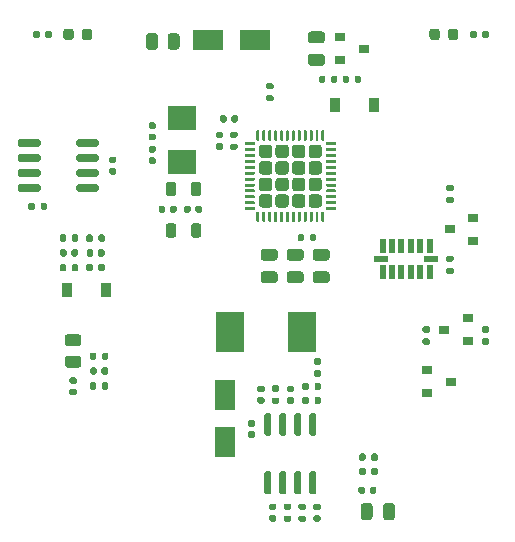
<source format=gbr>
%TF.GenerationSoftware,KiCad,Pcbnew,(5.1.9-0-10_14)*%
%TF.CreationDate,2021-05-20T12:01:01+02:00*%
%TF.ProjectId,turbocan,74757262-6f63-4616-9e2e-6b696361645f,rev?*%
%TF.SameCoordinates,Original*%
%TF.FileFunction,Paste,Top*%
%TF.FilePolarity,Positive*%
%FSLAX46Y46*%
G04 Gerber Fmt 4.6, Leading zero omitted, Abs format (unit mm)*
G04 Created by KiCad (PCBNEW (5.1.9-0-10_14)) date 2021-05-20 12:01:01*
%MOMM*%
%LPD*%
G01*
G04 APERTURE LIST*
%ADD10R,2.350000X3.500000*%
%ADD11R,0.900000X0.800000*%
%ADD12R,1.145000X0.550000*%
%ADD13R,0.550000X1.145000*%
%ADD14R,0.900000X1.200000*%
%ADD15R,2.400000X2.000000*%
%ADD16R,1.700000X2.500000*%
%ADD17R,2.500000X1.700000*%
G04 APERTURE END LIST*
D10*
%TO.C,L1*%
X38980500Y-40184500D03*
X32880500Y-40184500D03*
%TD*%
%TO.C,L3*%
G36*
G01*
X28325000Y-27718750D02*
X28325000Y-28481250D01*
G75*
G02*
X28106250Y-28700000I-218750J0D01*
G01*
X27668750Y-28700000D01*
G75*
G02*
X27450000Y-28481250I0J218750D01*
G01*
X27450000Y-27718750D01*
G75*
G02*
X27668750Y-27500000I218750J0D01*
G01*
X28106250Y-27500000D01*
G75*
G02*
X28325000Y-27718750I0J-218750D01*
G01*
G37*
G36*
G01*
X30450000Y-27718750D02*
X30450000Y-28481250D01*
G75*
G02*
X30231250Y-28700000I-218750J0D01*
G01*
X29793750Y-28700000D01*
G75*
G02*
X29575000Y-28481250I0J218750D01*
G01*
X29575000Y-27718750D01*
G75*
G02*
X29793750Y-27500000I218750J0D01*
G01*
X30231250Y-27500000D01*
G75*
G02*
X30450000Y-27718750I0J-218750D01*
G01*
G37*
%TD*%
%TO.C,L2*%
G36*
G01*
X28325000Y-31218750D02*
X28325000Y-31981250D01*
G75*
G02*
X28106250Y-32200000I-218750J0D01*
G01*
X27668750Y-32200000D01*
G75*
G02*
X27450000Y-31981250I0J218750D01*
G01*
X27450000Y-31218750D01*
G75*
G02*
X27668750Y-31000000I218750J0D01*
G01*
X28106250Y-31000000D01*
G75*
G02*
X28325000Y-31218750I0J-218750D01*
G01*
G37*
G36*
G01*
X30450000Y-31218750D02*
X30450000Y-31981250D01*
G75*
G02*
X30231250Y-32200000I-218750J0D01*
G01*
X29793750Y-32200000D01*
G75*
G02*
X29575000Y-31981250I0J218750D01*
G01*
X29575000Y-31218750D01*
G75*
G02*
X29793750Y-31000000I218750J0D01*
G01*
X30231250Y-31000000D01*
G75*
G02*
X30450000Y-31218750I0J-218750D01*
G01*
G37*
%TD*%
%TO.C,C23*%
G36*
G01*
X27400000Y-29630000D02*
X27400000Y-29970000D01*
G75*
G02*
X27260000Y-30110000I-140000J0D01*
G01*
X26980000Y-30110000D01*
G75*
G02*
X26840000Y-29970000I0J140000D01*
G01*
X26840000Y-29630000D01*
G75*
G02*
X26980000Y-29490000I140000J0D01*
G01*
X27260000Y-29490000D01*
G75*
G02*
X27400000Y-29630000I0J-140000D01*
G01*
G37*
G36*
G01*
X28360000Y-29630000D02*
X28360000Y-29970000D01*
G75*
G02*
X28220000Y-30110000I-140000J0D01*
G01*
X27940000Y-30110000D01*
G75*
G02*
X27800000Y-29970000I0J140000D01*
G01*
X27800000Y-29630000D01*
G75*
G02*
X27940000Y-29490000I140000J0D01*
G01*
X28220000Y-29490000D01*
G75*
G02*
X28360000Y-29630000I0J-140000D01*
G01*
G37*
%TD*%
%TO.C,C22*%
G36*
G01*
X33000000Y-22320000D02*
X33000000Y-21980000D01*
G75*
G02*
X33140000Y-21840000I140000J0D01*
G01*
X33420000Y-21840000D01*
G75*
G02*
X33560000Y-21980000I0J-140000D01*
G01*
X33560000Y-22320000D01*
G75*
G02*
X33420000Y-22460000I-140000J0D01*
G01*
X33140000Y-22460000D01*
G75*
G02*
X33000000Y-22320000I0J140000D01*
G01*
G37*
G36*
G01*
X32040000Y-22320000D02*
X32040000Y-21980000D01*
G75*
G02*
X32180000Y-21840000I140000J0D01*
G01*
X32460000Y-21840000D01*
G75*
G02*
X32600000Y-21980000I0J-140000D01*
G01*
X32600000Y-22320000D01*
G75*
G02*
X32460000Y-22460000I-140000J0D01*
G01*
X32180000Y-22460000D01*
G75*
G02*
X32040000Y-22320000I0J140000D01*
G01*
G37*
%TD*%
%TO.C,R28*%
G36*
G01*
X19010000Y-32065000D02*
X19010000Y-32435000D01*
G75*
G02*
X18875000Y-32570000I-135000J0D01*
G01*
X18605000Y-32570000D01*
G75*
G02*
X18470000Y-32435000I0J135000D01*
G01*
X18470000Y-32065000D01*
G75*
G02*
X18605000Y-31930000I135000J0D01*
G01*
X18875000Y-31930000D01*
G75*
G02*
X19010000Y-32065000I0J-135000D01*
G01*
G37*
G36*
G01*
X20030000Y-32065000D02*
X20030000Y-32435000D01*
G75*
G02*
X19895000Y-32570000I-135000J0D01*
G01*
X19625000Y-32570000D01*
G75*
G02*
X19490000Y-32435000I0J135000D01*
G01*
X19490000Y-32065000D01*
G75*
G02*
X19625000Y-31930000I135000J0D01*
G01*
X19895000Y-31930000D01*
G75*
G02*
X20030000Y-32065000I0J-135000D01*
G01*
G37*
%TD*%
%TO.C,R27*%
G36*
G01*
X19010000Y-34565000D02*
X19010000Y-34935000D01*
G75*
G02*
X18875000Y-35070000I-135000J0D01*
G01*
X18605000Y-35070000D01*
G75*
G02*
X18470000Y-34935000I0J135000D01*
G01*
X18470000Y-34565000D01*
G75*
G02*
X18605000Y-34430000I135000J0D01*
G01*
X18875000Y-34430000D01*
G75*
G02*
X19010000Y-34565000I0J-135000D01*
G01*
G37*
G36*
G01*
X20030000Y-34565000D02*
X20030000Y-34935000D01*
G75*
G02*
X19895000Y-35070000I-135000J0D01*
G01*
X19625000Y-35070000D01*
G75*
G02*
X19490000Y-34935000I0J135000D01*
G01*
X19490000Y-34565000D01*
G75*
G02*
X19625000Y-34430000I135000J0D01*
G01*
X19895000Y-34430000D01*
G75*
G02*
X20030000Y-34565000I0J-135000D01*
G01*
G37*
%TD*%
%TO.C,C20*%
G36*
G01*
X19450000Y-33670000D02*
X19450000Y-33330000D01*
G75*
G02*
X19590000Y-33190000I140000J0D01*
G01*
X19870000Y-33190000D01*
G75*
G02*
X20010000Y-33330000I0J-140000D01*
G01*
X20010000Y-33670000D01*
G75*
G02*
X19870000Y-33810000I-140000J0D01*
G01*
X19590000Y-33810000D01*
G75*
G02*
X19450000Y-33670000I0J140000D01*
G01*
G37*
G36*
G01*
X18490000Y-33670000D02*
X18490000Y-33330000D01*
G75*
G02*
X18630000Y-33190000I140000J0D01*
G01*
X18910000Y-33190000D01*
G75*
G02*
X19050000Y-33330000I0J-140000D01*
G01*
X19050000Y-33670000D01*
G75*
G02*
X18910000Y-33810000I-140000J0D01*
G01*
X18630000Y-33810000D01*
G75*
G02*
X18490000Y-33670000I0J140000D01*
G01*
G37*
%TD*%
%TO.C,R26*%
G36*
G01*
X27600000Y-16050001D02*
X27600000Y-15149999D01*
G75*
G02*
X27849999Y-14900000I249999J0D01*
G01*
X28375001Y-14900000D01*
G75*
G02*
X28625000Y-15149999I0J-249999D01*
G01*
X28625000Y-16050001D01*
G75*
G02*
X28375001Y-16300000I-249999J0D01*
G01*
X27849999Y-16300000D01*
G75*
G02*
X27600000Y-16050001I0J249999D01*
G01*
G37*
G36*
G01*
X25775000Y-16050001D02*
X25775000Y-15149999D01*
G75*
G02*
X26024999Y-14900000I249999J0D01*
G01*
X26550001Y-14900000D01*
G75*
G02*
X26800000Y-15149999I0J-249999D01*
G01*
X26800000Y-16050001D01*
G75*
G02*
X26550001Y-16300000I-249999J0D01*
G01*
X26024999Y-16300000D01*
G75*
G02*
X25775000Y-16050001I0J249999D01*
G01*
G37*
%TD*%
%TO.C,R9*%
G36*
G01*
X19149999Y-42200000D02*
X20050001Y-42200000D01*
G75*
G02*
X20300000Y-42449999I0J-249999D01*
G01*
X20300000Y-42975001D01*
G75*
G02*
X20050001Y-43225000I-249999J0D01*
G01*
X19149999Y-43225000D01*
G75*
G02*
X18900000Y-42975001I0J249999D01*
G01*
X18900000Y-42449999D01*
G75*
G02*
X19149999Y-42200000I249999J0D01*
G01*
G37*
G36*
G01*
X19149999Y-40375000D02*
X20050001Y-40375000D01*
G75*
G02*
X20300000Y-40624999I0J-249999D01*
G01*
X20300000Y-41150001D01*
G75*
G02*
X20050001Y-41400000I-249999J0D01*
G01*
X19149999Y-41400000D01*
G75*
G02*
X18900000Y-41150001I0J249999D01*
G01*
X18900000Y-40624999D01*
G75*
G02*
X19149999Y-40375000I249999J0D01*
G01*
G37*
%TD*%
%TO.C,C11*%
G36*
G01*
X21600000Y-43330000D02*
X21600000Y-43670000D01*
G75*
G02*
X21460000Y-43810000I-140000J0D01*
G01*
X21180000Y-43810000D01*
G75*
G02*
X21040000Y-43670000I0J140000D01*
G01*
X21040000Y-43330000D01*
G75*
G02*
X21180000Y-43190000I140000J0D01*
G01*
X21460000Y-43190000D01*
G75*
G02*
X21600000Y-43330000I0J-140000D01*
G01*
G37*
G36*
G01*
X22560000Y-43330000D02*
X22560000Y-43670000D01*
G75*
G02*
X22420000Y-43810000I-140000J0D01*
G01*
X22140000Y-43810000D01*
G75*
G02*
X22000000Y-43670000I0J140000D01*
G01*
X22000000Y-43330000D01*
G75*
G02*
X22140000Y-43190000I140000J0D01*
G01*
X22420000Y-43190000D01*
G75*
G02*
X22560000Y-43330000I0J-140000D01*
G01*
G37*
%TD*%
%TO.C,R13*%
G36*
G01*
X22040000Y-42435000D02*
X22040000Y-42065000D01*
G75*
G02*
X22175000Y-41930000I135000J0D01*
G01*
X22445000Y-41930000D01*
G75*
G02*
X22580000Y-42065000I0J-135000D01*
G01*
X22580000Y-42435000D01*
G75*
G02*
X22445000Y-42570000I-135000J0D01*
G01*
X22175000Y-42570000D01*
G75*
G02*
X22040000Y-42435000I0J135000D01*
G01*
G37*
G36*
G01*
X21020000Y-42435000D02*
X21020000Y-42065000D01*
G75*
G02*
X21155000Y-41930000I135000J0D01*
G01*
X21425000Y-41930000D01*
G75*
G02*
X21560000Y-42065000I0J-135000D01*
G01*
X21560000Y-42435000D01*
G75*
G02*
X21425000Y-42570000I-135000J0D01*
G01*
X21155000Y-42570000D01*
G75*
G02*
X21020000Y-42435000I0J135000D01*
G01*
G37*
%TD*%
%TO.C,R8*%
G36*
G01*
X22040000Y-44935000D02*
X22040000Y-44565000D01*
G75*
G02*
X22175000Y-44430000I135000J0D01*
G01*
X22445000Y-44430000D01*
G75*
G02*
X22580000Y-44565000I0J-135000D01*
G01*
X22580000Y-44935000D01*
G75*
G02*
X22445000Y-45070000I-135000J0D01*
G01*
X22175000Y-45070000D01*
G75*
G02*
X22040000Y-44935000I0J135000D01*
G01*
G37*
G36*
G01*
X21020000Y-44935000D02*
X21020000Y-44565000D01*
G75*
G02*
X21155000Y-44430000I135000J0D01*
G01*
X21425000Y-44430000D01*
G75*
G02*
X21560000Y-44565000I0J-135000D01*
G01*
X21560000Y-44935000D01*
G75*
G02*
X21425000Y-45070000I-135000J0D01*
G01*
X21155000Y-45070000D01*
G75*
G02*
X21020000Y-44935000I0J135000D01*
G01*
G37*
%TD*%
%TO.C,R15*%
G36*
G01*
X54685000Y-40260000D02*
X54315000Y-40260000D01*
G75*
G02*
X54180000Y-40125000I0J135000D01*
G01*
X54180000Y-39855000D01*
G75*
G02*
X54315000Y-39720000I135000J0D01*
G01*
X54685000Y-39720000D01*
G75*
G02*
X54820000Y-39855000I0J-135000D01*
G01*
X54820000Y-40125000D01*
G75*
G02*
X54685000Y-40260000I-135000J0D01*
G01*
G37*
G36*
G01*
X54685000Y-41280000D02*
X54315000Y-41280000D01*
G75*
G02*
X54180000Y-41145000I0J135000D01*
G01*
X54180000Y-40875000D01*
G75*
G02*
X54315000Y-40740000I135000J0D01*
G01*
X54685000Y-40740000D01*
G75*
G02*
X54820000Y-40875000I0J-135000D01*
G01*
X54820000Y-41145000D01*
G75*
G02*
X54685000Y-41280000I-135000J0D01*
G01*
G37*
%TD*%
%TO.C,R18*%
G36*
G01*
X49315000Y-40740000D02*
X49685000Y-40740000D01*
G75*
G02*
X49820000Y-40875000I0J-135000D01*
G01*
X49820000Y-41145000D01*
G75*
G02*
X49685000Y-41280000I-135000J0D01*
G01*
X49315000Y-41280000D01*
G75*
G02*
X49180000Y-41145000I0J135000D01*
G01*
X49180000Y-40875000D01*
G75*
G02*
X49315000Y-40740000I135000J0D01*
G01*
G37*
G36*
G01*
X49315000Y-39720000D02*
X49685000Y-39720000D01*
G75*
G02*
X49820000Y-39855000I0J-135000D01*
G01*
X49820000Y-40125000D01*
G75*
G02*
X49685000Y-40260000I-135000J0D01*
G01*
X49315000Y-40260000D01*
G75*
G02*
X49180000Y-40125000I0J135000D01*
G01*
X49180000Y-39855000D01*
G75*
G02*
X49315000Y-39720000I135000J0D01*
G01*
G37*
%TD*%
D11*
%TO.C,U6*%
X51000000Y-40000000D03*
X53000000Y-39050000D03*
X53000000Y-40950000D03*
%TD*%
%TO.C,R10*%
G36*
G01*
X40040000Y-46185000D02*
X40040000Y-45815000D01*
G75*
G02*
X40175000Y-45680000I135000J0D01*
G01*
X40445000Y-45680000D01*
G75*
G02*
X40580000Y-45815000I0J-135000D01*
G01*
X40580000Y-46185000D01*
G75*
G02*
X40445000Y-46320000I-135000J0D01*
G01*
X40175000Y-46320000D01*
G75*
G02*
X40040000Y-46185000I0J135000D01*
G01*
G37*
G36*
G01*
X39020000Y-46185000D02*
X39020000Y-45815000D01*
G75*
G02*
X39155000Y-45680000I135000J0D01*
G01*
X39425000Y-45680000D01*
G75*
G02*
X39560000Y-45815000I0J-135000D01*
G01*
X39560000Y-46185000D01*
G75*
G02*
X39425000Y-46320000I-135000J0D01*
G01*
X39155000Y-46320000D01*
G75*
G02*
X39020000Y-46185000I0J135000D01*
G01*
G37*
%TD*%
%TO.C,R25*%
G36*
G01*
X40485000Y-42960000D02*
X40115000Y-42960000D01*
G75*
G02*
X39980000Y-42825000I0J135000D01*
G01*
X39980000Y-42555000D01*
G75*
G02*
X40115000Y-42420000I135000J0D01*
G01*
X40485000Y-42420000D01*
G75*
G02*
X40620000Y-42555000I0J-135000D01*
G01*
X40620000Y-42825000D01*
G75*
G02*
X40485000Y-42960000I-135000J0D01*
G01*
G37*
G36*
G01*
X40485000Y-43980000D02*
X40115000Y-43980000D01*
G75*
G02*
X39980000Y-43845000I0J135000D01*
G01*
X39980000Y-43575000D01*
G75*
G02*
X40115000Y-43440000I135000J0D01*
G01*
X40485000Y-43440000D01*
G75*
G02*
X40620000Y-43575000I0J-135000D01*
G01*
X40620000Y-43845000D01*
G75*
G02*
X40485000Y-43980000I-135000J0D01*
G01*
G37*
%TD*%
%TO.C,R2*%
G36*
G01*
X42960000Y-18615000D02*
X42960000Y-18985000D01*
G75*
G02*
X42825000Y-19120000I-135000J0D01*
G01*
X42555000Y-19120000D01*
G75*
G02*
X42420000Y-18985000I0J135000D01*
G01*
X42420000Y-18615000D01*
G75*
G02*
X42555000Y-18480000I135000J0D01*
G01*
X42825000Y-18480000D01*
G75*
G02*
X42960000Y-18615000I0J-135000D01*
G01*
G37*
G36*
G01*
X43980000Y-18615000D02*
X43980000Y-18985000D01*
G75*
G02*
X43845000Y-19120000I-135000J0D01*
G01*
X43575000Y-19120000D01*
G75*
G02*
X43440000Y-18985000I0J135000D01*
G01*
X43440000Y-18615000D01*
G75*
G02*
X43575000Y-18480000I135000J0D01*
G01*
X43845000Y-18480000D01*
G75*
G02*
X43980000Y-18615000I0J-135000D01*
G01*
G37*
%TD*%
%TO.C,C1*%
G36*
G01*
X40675000Y-15750000D02*
X39725000Y-15750000D01*
G75*
G02*
X39475000Y-15500000I0J250000D01*
G01*
X39475000Y-15000000D01*
G75*
G02*
X39725000Y-14750000I250000J0D01*
G01*
X40675000Y-14750000D01*
G75*
G02*
X40925000Y-15000000I0J-250000D01*
G01*
X40925000Y-15500000D01*
G75*
G02*
X40675000Y-15750000I-250000J0D01*
G01*
G37*
G36*
G01*
X40675000Y-17650000D02*
X39725000Y-17650000D01*
G75*
G02*
X39475000Y-17400000I0J250000D01*
G01*
X39475000Y-16900000D01*
G75*
G02*
X39725000Y-16650000I250000J0D01*
G01*
X40675000Y-16650000D01*
G75*
G02*
X40925000Y-16900000I0J-250000D01*
G01*
X40925000Y-17400000D01*
G75*
G02*
X40675000Y-17650000I-250000J0D01*
G01*
G37*
%TD*%
%TO.C,U1*%
X44200000Y-16200000D03*
X42200000Y-17150000D03*
X42200000Y-15250000D03*
%TD*%
D12*
%TO.C,U9*%
X49897500Y-34000000D03*
X45702500Y-34000000D03*
D13*
X45800000Y-32902500D03*
X46600000Y-32902500D03*
X47400000Y-32902500D03*
X48200000Y-32902500D03*
X49000000Y-32902500D03*
X49800000Y-32902500D03*
X49800000Y-35097500D03*
X49000000Y-35097500D03*
X48200000Y-35097500D03*
X47400000Y-35097500D03*
X46600000Y-35097500D03*
X45800000Y-35097500D03*
%TD*%
%TO.C,R20*%
G36*
G01*
X33015000Y-24240000D02*
X33385000Y-24240000D01*
G75*
G02*
X33520000Y-24375000I0J-135000D01*
G01*
X33520000Y-24645000D01*
G75*
G02*
X33385000Y-24780000I-135000J0D01*
G01*
X33015000Y-24780000D01*
G75*
G02*
X32880000Y-24645000I0J135000D01*
G01*
X32880000Y-24375000D01*
G75*
G02*
X33015000Y-24240000I135000J0D01*
G01*
G37*
G36*
G01*
X33015000Y-23220000D02*
X33385000Y-23220000D01*
G75*
G02*
X33520000Y-23355000I0J-135000D01*
G01*
X33520000Y-23625000D01*
G75*
G02*
X33385000Y-23760000I-135000J0D01*
G01*
X33015000Y-23760000D01*
G75*
G02*
X32880000Y-23625000I0J135000D01*
G01*
X32880000Y-23355000D01*
G75*
G02*
X33015000Y-23220000I135000J0D01*
G01*
G37*
%TD*%
%TO.C,C17*%
G36*
G01*
X32170000Y-23800000D02*
X31830000Y-23800000D01*
G75*
G02*
X31690000Y-23660000I0J140000D01*
G01*
X31690000Y-23380000D01*
G75*
G02*
X31830000Y-23240000I140000J0D01*
G01*
X32170000Y-23240000D01*
G75*
G02*
X32310000Y-23380000I0J-140000D01*
G01*
X32310000Y-23660000D01*
G75*
G02*
X32170000Y-23800000I-140000J0D01*
G01*
G37*
G36*
G01*
X32170000Y-24760000D02*
X31830000Y-24760000D01*
G75*
G02*
X31690000Y-24620000I0J140000D01*
G01*
X31690000Y-24340000D01*
G75*
G02*
X31830000Y-24200000I140000J0D01*
G01*
X32170000Y-24200000D01*
G75*
G02*
X32310000Y-24340000I0J-140000D01*
G01*
X32310000Y-24620000D01*
G75*
G02*
X32170000Y-24760000I-140000J0D01*
G01*
G37*
%TD*%
D14*
%TO.C,D4*%
X22400000Y-36650000D03*
X19100000Y-36650000D03*
%TD*%
%TO.C,C5*%
G36*
G01*
X45850000Y-55875000D02*
X45850000Y-54925000D01*
G75*
G02*
X46100000Y-54675000I250000J0D01*
G01*
X46600000Y-54675000D01*
G75*
G02*
X46850000Y-54925000I0J-250000D01*
G01*
X46850000Y-55875000D01*
G75*
G02*
X46600000Y-56125000I-250000J0D01*
G01*
X46100000Y-56125000D01*
G75*
G02*
X45850000Y-55875000I0J250000D01*
G01*
G37*
G36*
G01*
X43950000Y-55875000D02*
X43950000Y-54925000D01*
G75*
G02*
X44200000Y-54675000I250000J0D01*
G01*
X44700000Y-54675000D01*
G75*
G02*
X44950000Y-54925000I0J-250000D01*
G01*
X44950000Y-55875000D01*
G75*
G02*
X44700000Y-56125000I-250000J0D01*
G01*
X44200000Y-56125000D01*
G75*
G02*
X43950000Y-55875000I0J250000D01*
G01*
G37*
%TD*%
%TO.C,C15*%
G36*
G01*
X41075000Y-34150000D02*
X40125000Y-34150000D01*
G75*
G02*
X39875000Y-33900000I0J250000D01*
G01*
X39875000Y-33400000D01*
G75*
G02*
X40125000Y-33150000I250000J0D01*
G01*
X41075000Y-33150000D01*
G75*
G02*
X41325000Y-33400000I0J-250000D01*
G01*
X41325000Y-33900000D01*
G75*
G02*
X41075000Y-34150000I-250000J0D01*
G01*
G37*
G36*
G01*
X41075000Y-36050000D02*
X40125000Y-36050000D01*
G75*
G02*
X39875000Y-35800000I0J250000D01*
G01*
X39875000Y-35300000D01*
G75*
G02*
X40125000Y-35050000I250000J0D01*
G01*
X41075000Y-35050000D01*
G75*
G02*
X41325000Y-35300000I0J-250000D01*
G01*
X41325000Y-35800000D01*
G75*
G02*
X41075000Y-36050000I-250000J0D01*
G01*
G37*
%TD*%
%TO.C,C14*%
G36*
G01*
X38875000Y-34150000D02*
X37925000Y-34150000D01*
G75*
G02*
X37675000Y-33900000I0J250000D01*
G01*
X37675000Y-33400000D01*
G75*
G02*
X37925000Y-33150000I250000J0D01*
G01*
X38875000Y-33150000D01*
G75*
G02*
X39125000Y-33400000I0J-250000D01*
G01*
X39125000Y-33900000D01*
G75*
G02*
X38875000Y-34150000I-250000J0D01*
G01*
G37*
G36*
G01*
X38875000Y-36050000D02*
X37925000Y-36050000D01*
G75*
G02*
X37675000Y-35800000I0J250000D01*
G01*
X37675000Y-35300000D01*
G75*
G02*
X37925000Y-35050000I250000J0D01*
G01*
X38875000Y-35050000D01*
G75*
G02*
X39125000Y-35300000I0J-250000D01*
G01*
X39125000Y-35800000D01*
G75*
G02*
X38875000Y-36050000I-250000J0D01*
G01*
G37*
%TD*%
%TO.C,C13*%
G36*
G01*
X36675000Y-34150000D02*
X35725000Y-34150000D01*
G75*
G02*
X35475000Y-33900000I0J250000D01*
G01*
X35475000Y-33400000D01*
G75*
G02*
X35725000Y-33150000I250000J0D01*
G01*
X36675000Y-33150000D01*
G75*
G02*
X36925000Y-33400000I0J-250000D01*
G01*
X36925000Y-33900000D01*
G75*
G02*
X36675000Y-34150000I-250000J0D01*
G01*
G37*
G36*
G01*
X36675000Y-36050000D02*
X35725000Y-36050000D01*
G75*
G02*
X35475000Y-35800000I0J250000D01*
G01*
X35475000Y-35300000D01*
G75*
G02*
X35725000Y-35050000I250000J0D01*
G01*
X36675000Y-35050000D01*
G75*
G02*
X36925000Y-35300000I0J-250000D01*
G01*
X36925000Y-35800000D01*
G75*
G02*
X36675000Y-36050000I-250000J0D01*
G01*
G37*
%TD*%
%TO.C,D6*%
G36*
G01*
X51350000Y-15256250D02*
X51350000Y-14743750D01*
G75*
G02*
X51568750Y-14525000I218750J0D01*
G01*
X52006250Y-14525000D01*
G75*
G02*
X52225000Y-14743750I0J-218750D01*
G01*
X52225000Y-15256250D01*
G75*
G02*
X52006250Y-15475000I-218750J0D01*
G01*
X51568750Y-15475000D01*
G75*
G02*
X51350000Y-15256250I0J218750D01*
G01*
G37*
G36*
G01*
X49775000Y-15256250D02*
X49775000Y-14743750D01*
G75*
G02*
X49993750Y-14525000I218750J0D01*
G01*
X50431250Y-14525000D01*
G75*
G02*
X50650000Y-14743750I0J-218750D01*
G01*
X50650000Y-15256250D01*
G75*
G02*
X50431250Y-15475000I-218750J0D01*
G01*
X49993750Y-15475000D01*
G75*
G02*
X49775000Y-15256250I0J218750D01*
G01*
G37*
%TD*%
%TO.C,D5*%
G36*
G01*
X19650000Y-14743750D02*
X19650000Y-15256250D01*
G75*
G02*
X19431250Y-15475000I-218750J0D01*
G01*
X18993750Y-15475000D01*
G75*
G02*
X18775000Y-15256250I0J218750D01*
G01*
X18775000Y-14743750D01*
G75*
G02*
X18993750Y-14525000I218750J0D01*
G01*
X19431250Y-14525000D01*
G75*
G02*
X19650000Y-14743750I0J-218750D01*
G01*
G37*
G36*
G01*
X21225000Y-14743750D02*
X21225000Y-15256250D01*
G75*
G02*
X21006250Y-15475000I-218750J0D01*
G01*
X20568750Y-15475000D01*
G75*
G02*
X20350000Y-15256250I0J218750D01*
G01*
X20350000Y-14743750D01*
G75*
G02*
X20568750Y-14525000I218750J0D01*
G01*
X21006250Y-14525000D01*
G75*
G02*
X21225000Y-14743750I0J-218750D01*
G01*
G37*
%TD*%
%TO.C,R24*%
G36*
G01*
X54240000Y-15185000D02*
X54240000Y-14815000D01*
G75*
G02*
X54375000Y-14680000I135000J0D01*
G01*
X54645000Y-14680000D01*
G75*
G02*
X54780000Y-14815000I0J-135000D01*
G01*
X54780000Y-15185000D01*
G75*
G02*
X54645000Y-15320000I-135000J0D01*
G01*
X54375000Y-15320000D01*
G75*
G02*
X54240000Y-15185000I0J135000D01*
G01*
G37*
G36*
G01*
X53220000Y-15185000D02*
X53220000Y-14815000D01*
G75*
G02*
X53355000Y-14680000I135000J0D01*
G01*
X53625000Y-14680000D01*
G75*
G02*
X53760000Y-14815000I0J-135000D01*
G01*
X53760000Y-15185000D01*
G75*
G02*
X53625000Y-15320000I-135000J0D01*
G01*
X53355000Y-15320000D01*
G75*
G02*
X53220000Y-15185000I0J135000D01*
G01*
G37*
%TD*%
%TO.C,R23*%
G36*
G01*
X16760000Y-14815000D02*
X16760000Y-15185000D01*
G75*
G02*
X16625000Y-15320000I-135000J0D01*
G01*
X16355000Y-15320000D01*
G75*
G02*
X16220000Y-15185000I0J135000D01*
G01*
X16220000Y-14815000D01*
G75*
G02*
X16355000Y-14680000I135000J0D01*
G01*
X16625000Y-14680000D01*
G75*
G02*
X16760000Y-14815000I0J-135000D01*
G01*
G37*
G36*
G01*
X17780000Y-14815000D02*
X17780000Y-15185000D01*
G75*
G02*
X17645000Y-15320000I-135000J0D01*
G01*
X17375000Y-15320000D01*
G75*
G02*
X17240000Y-15185000I0J135000D01*
G01*
X17240000Y-14815000D01*
G75*
G02*
X17375000Y-14680000I135000J0D01*
G01*
X17645000Y-14680000D01*
G75*
G02*
X17780000Y-14815000I0J-135000D01*
G01*
G37*
%TD*%
%TO.C,R22*%
G36*
G01*
X39640000Y-32385000D02*
X39640000Y-32015000D01*
G75*
G02*
X39775000Y-31880000I135000J0D01*
G01*
X40045000Y-31880000D01*
G75*
G02*
X40180000Y-32015000I0J-135000D01*
G01*
X40180000Y-32385000D01*
G75*
G02*
X40045000Y-32520000I-135000J0D01*
G01*
X39775000Y-32520000D01*
G75*
G02*
X39640000Y-32385000I0J135000D01*
G01*
G37*
G36*
G01*
X38620000Y-32385000D02*
X38620000Y-32015000D01*
G75*
G02*
X38755000Y-31880000I135000J0D01*
G01*
X39025000Y-31880000D01*
G75*
G02*
X39160000Y-32015000I0J-135000D01*
G01*
X39160000Y-32385000D01*
G75*
G02*
X39025000Y-32520000I-135000J0D01*
G01*
X38755000Y-32520000D01*
G75*
G02*
X38620000Y-32385000I0J135000D01*
G01*
G37*
%TD*%
%TO.C,R21*%
G36*
G01*
X36435000Y-19650000D02*
X36065000Y-19650000D01*
G75*
G02*
X35930000Y-19515000I0J135000D01*
G01*
X35930000Y-19245000D01*
G75*
G02*
X36065000Y-19110000I135000J0D01*
G01*
X36435000Y-19110000D01*
G75*
G02*
X36570000Y-19245000I0J-135000D01*
G01*
X36570000Y-19515000D01*
G75*
G02*
X36435000Y-19650000I-135000J0D01*
G01*
G37*
G36*
G01*
X36435000Y-20670000D02*
X36065000Y-20670000D01*
G75*
G02*
X35930000Y-20535000I0J135000D01*
G01*
X35930000Y-20265000D01*
G75*
G02*
X36065000Y-20130000I135000J0D01*
G01*
X36435000Y-20130000D01*
G75*
G02*
X36570000Y-20265000I0J-135000D01*
G01*
X36570000Y-20535000D01*
G75*
G02*
X36435000Y-20670000I-135000J0D01*
G01*
G37*
%TD*%
%TO.C,R19*%
G36*
G01*
X44840000Y-50985000D02*
X44840000Y-50615000D01*
G75*
G02*
X44975000Y-50480000I135000J0D01*
G01*
X45245000Y-50480000D01*
G75*
G02*
X45380000Y-50615000I0J-135000D01*
G01*
X45380000Y-50985000D01*
G75*
G02*
X45245000Y-51120000I-135000J0D01*
G01*
X44975000Y-51120000D01*
G75*
G02*
X44840000Y-50985000I0J135000D01*
G01*
G37*
G36*
G01*
X43820000Y-50985000D02*
X43820000Y-50615000D01*
G75*
G02*
X43955000Y-50480000I135000J0D01*
G01*
X44225000Y-50480000D01*
G75*
G02*
X44360000Y-50615000I0J-135000D01*
G01*
X44360000Y-50985000D01*
G75*
G02*
X44225000Y-51120000I-135000J0D01*
G01*
X43955000Y-51120000D01*
G75*
G02*
X43820000Y-50985000I0J135000D01*
G01*
G37*
%TD*%
%TO.C,R17*%
G36*
G01*
X51305000Y-28750000D02*
X51675000Y-28750000D01*
G75*
G02*
X51810000Y-28885000I0J-135000D01*
G01*
X51810000Y-29155000D01*
G75*
G02*
X51675000Y-29290000I-135000J0D01*
G01*
X51305000Y-29290000D01*
G75*
G02*
X51170000Y-29155000I0J135000D01*
G01*
X51170000Y-28885000D01*
G75*
G02*
X51305000Y-28750000I135000J0D01*
G01*
G37*
G36*
G01*
X51305000Y-27730000D02*
X51675000Y-27730000D01*
G75*
G02*
X51810000Y-27865000I0J-135000D01*
G01*
X51810000Y-28135000D01*
G75*
G02*
X51675000Y-28270000I-135000J0D01*
G01*
X51305000Y-28270000D01*
G75*
G02*
X51170000Y-28135000I0J135000D01*
G01*
X51170000Y-27865000D01*
G75*
G02*
X51305000Y-27730000I135000J0D01*
G01*
G37*
%TD*%
%TO.C,R16*%
G36*
G01*
X44360000Y-51815000D02*
X44360000Y-52185000D01*
G75*
G02*
X44225000Y-52320000I-135000J0D01*
G01*
X43955000Y-52320000D01*
G75*
G02*
X43820000Y-52185000I0J135000D01*
G01*
X43820000Y-51815000D01*
G75*
G02*
X43955000Y-51680000I135000J0D01*
G01*
X44225000Y-51680000D01*
G75*
G02*
X44360000Y-51815000I0J-135000D01*
G01*
G37*
G36*
G01*
X45380000Y-51815000D02*
X45380000Y-52185000D01*
G75*
G02*
X45245000Y-52320000I-135000J0D01*
G01*
X44975000Y-52320000D01*
G75*
G02*
X44840000Y-52185000I0J135000D01*
G01*
X44840000Y-51815000D01*
G75*
G02*
X44975000Y-51680000I135000J0D01*
G01*
X45245000Y-51680000D01*
G75*
G02*
X45380000Y-51815000I0J-135000D01*
G01*
G37*
%TD*%
%TO.C,R14*%
G36*
G01*
X51315000Y-34740000D02*
X51685000Y-34740000D01*
G75*
G02*
X51820000Y-34875000I0J-135000D01*
G01*
X51820000Y-35145000D01*
G75*
G02*
X51685000Y-35280000I-135000J0D01*
G01*
X51315000Y-35280000D01*
G75*
G02*
X51180000Y-35145000I0J135000D01*
G01*
X51180000Y-34875000D01*
G75*
G02*
X51315000Y-34740000I135000J0D01*
G01*
G37*
G36*
G01*
X51315000Y-33720000D02*
X51685000Y-33720000D01*
G75*
G02*
X51820000Y-33855000I0J-135000D01*
G01*
X51820000Y-34125000D01*
G75*
G02*
X51685000Y-34260000I-135000J0D01*
G01*
X51315000Y-34260000D01*
G75*
G02*
X51180000Y-34125000I0J135000D01*
G01*
X51180000Y-33855000D01*
G75*
G02*
X51315000Y-33720000I135000J0D01*
G01*
G37*
%TD*%
%TO.C,R12*%
G36*
G01*
X21260000Y-32065000D02*
X21260000Y-32435000D01*
G75*
G02*
X21125000Y-32570000I-135000J0D01*
G01*
X20855000Y-32570000D01*
G75*
G02*
X20720000Y-32435000I0J135000D01*
G01*
X20720000Y-32065000D01*
G75*
G02*
X20855000Y-31930000I135000J0D01*
G01*
X21125000Y-31930000D01*
G75*
G02*
X21260000Y-32065000I0J-135000D01*
G01*
G37*
G36*
G01*
X22280000Y-32065000D02*
X22280000Y-32435000D01*
G75*
G02*
X22145000Y-32570000I-135000J0D01*
G01*
X21875000Y-32570000D01*
G75*
G02*
X21740000Y-32435000I0J135000D01*
G01*
X21740000Y-32065000D01*
G75*
G02*
X21875000Y-31930000I135000J0D01*
G01*
X22145000Y-31930000D01*
G75*
G02*
X22280000Y-32065000I0J-135000D01*
G01*
G37*
%TD*%
%TO.C,R11*%
G36*
G01*
X39560000Y-44615000D02*
X39560000Y-44985000D01*
G75*
G02*
X39425000Y-45120000I-135000J0D01*
G01*
X39155000Y-45120000D01*
G75*
G02*
X39020000Y-44985000I0J135000D01*
G01*
X39020000Y-44615000D01*
G75*
G02*
X39155000Y-44480000I135000J0D01*
G01*
X39425000Y-44480000D01*
G75*
G02*
X39560000Y-44615000I0J-135000D01*
G01*
G37*
G36*
G01*
X40580000Y-44615000D02*
X40580000Y-44985000D01*
G75*
G02*
X40445000Y-45120000I-135000J0D01*
G01*
X40175000Y-45120000D01*
G75*
G02*
X40040000Y-44985000I0J135000D01*
G01*
X40040000Y-44615000D01*
G75*
G02*
X40175000Y-44480000I135000J0D01*
G01*
X40445000Y-44480000D01*
G75*
G02*
X40580000Y-44615000I0J-135000D01*
G01*
G37*
%TD*%
%TO.C,R7*%
G36*
G01*
X21740000Y-34935000D02*
X21740000Y-34565000D01*
G75*
G02*
X21875000Y-34430000I135000J0D01*
G01*
X22145000Y-34430000D01*
G75*
G02*
X22280000Y-34565000I0J-135000D01*
G01*
X22280000Y-34935000D01*
G75*
G02*
X22145000Y-35070000I-135000J0D01*
G01*
X21875000Y-35070000D01*
G75*
G02*
X21740000Y-34935000I0J135000D01*
G01*
G37*
G36*
G01*
X20720000Y-34935000D02*
X20720000Y-34565000D01*
G75*
G02*
X20855000Y-34430000I135000J0D01*
G01*
X21125000Y-34430000D01*
G75*
G02*
X21260000Y-34565000I0J-135000D01*
G01*
X21260000Y-34935000D01*
G75*
G02*
X21125000Y-35070000I-135000J0D01*
G01*
X20855000Y-35070000D01*
G75*
G02*
X20720000Y-34935000I0J135000D01*
G01*
G37*
%TD*%
%TO.C,R6*%
G36*
G01*
X36935000Y-45260000D02*
X36565000Y-45260000D01*
G75*
G02*
X36430000Y-45125000I0J135000D01*
G01*
X36430000Y-44855000D01*
G75*
G02*
X36565000Y-44720000I135000J0D01*
G01*
X36935000Y-44720000D01*
G75*
G02*
X37070000Y-44855000I0J-135000D01*
G01*
X37070000Y-45125000D01*
G75*
G02*
X36935000Y-45260000I-135000J0D01*
G01*
G37*
G36*
G01*
X36935000Y-46280000D02*
X36565000Y-46280000D01*
G75*
G02*
X36430000Y-46145000I0J135000D01*
G01*
X36430000Y-45875000D01*
G75*
G02*
X36565000Y-45740000I135000J0D01*
G01*
X36935000Y-45740000D01*
G75*
G02*
X37070000Y-45875000I0J-135000D01*
G01*
X37070000Y-46145000D01*
G75*
G02*
X36935000Y-46280000I-135000J0D01*
G01*
G37*
%TD*%
%TO.C,R5*%
G36*
G01*
X38815000Y-55740000D02*
X39185000Y-55740000D01*
G75*
G02*
X39320000Y-55875000I0J-135000D01*
G01*
X39320000Y-56145000D01*
G75*
G02*
X39185000Y-56280000I-135000J0D01*
G01*
X38815000Y-56280000D01*
G75*
G02*
X38680000Y-56145000I0J135000D01*
G01*
X38680000Y-55875000D01*
G75*
G02*
X38815000Y-55740000I135000J0D01*
G01*
G37*
G36*
G01*
X38815000Y-54720000D02*
X39185000Y-54720000D01*
G75*
G02*
X39320000Y-54855000I0J-135000D01*
G01*
X39320000Y-55125000D01*
G75*
G02*
X39185000Y-55260000I-135000J0D01*
G01*
X38815000Y-55260000D01*
G75*
G02*
X38680000Y-55125000I0J135000D01*
G01*
X38680000Y-54855000D01*
G75*
G02*
X38815000Y-54720000I135000J0D01*
G01*
G37*
%TD*%
%TO.C,R4*%
G36*
G01*
X37935000Y-55260000D02*
X37565000Y-55260000D01*
G75*
G02*
X37430000Y-55125000I0J135000D01*
G01*
X37430000Y-54855000D01*
G75*
G02*
X37565000Y-54720000I135000J0D01*
G01*
X37935000Y-54720000D01*
G75*
G02*
X38070000Y-54855000I0J-135000D01*
G01*
X38070000Y-55125000D01*
G75*
G02*
X37935000Y-55260000I-135000J0D01*
G01*
G37*
G36*
G01*
X37935000Y-56280000D02*
X37565000Y-56280000D01*
G75*
G02*
X37430000Y-56145000I0J135000D01*
G01*
X37430000Y-55875000D01*
G75*
G02*
X37565000Y-55740000I135000J0D01*
G01*
X37935000Y-55740000D01*
G75*
G02*
X38070000Y-55875000I0J-135000D01*
G01*
X38070000Y-56145000D01*
G75*
G02*
X37935000Y-56280000I-135000J0D01*
G01*
G37*
%TD*%
%TO.C,R3*%
G36*
G01*
X16840000Y-29735000D02*
X16840000Y-29365000D01*
G75*
G02*
X16975000Y-29230000I135000J0D01*
G01*
X17245000Y-29230000D01*
G75*
G02*
X17380000Y-29365000I0J-135000D01*
G01*
X17380000Y-29735000D01*
G75*
G02*
X17245000Y-29870000I-135000J0D01*
G01*
X16975000Y-29870000D01*
G75*
G02*
X16840000Y-29735000I0J135000D01*
G01*
G37*
G36*
G01*
X15820000Y-29735000D02*
X15820000Y-29365000D01*
G75*
G02*
X15955000Y-29230000I135000J0D01*
G01*
X16225000Y-29230000D01*
G75*
G02*
X16360000Y-29365000I0J-135000D01*
G01*
X16360000Y-29735000D01*
G75*
G02*
X16225000Y-29870000I-135000J0D01*
G01*
X15955000Y-29870000D01*
G75*
G02*
X15820000Y-29735000I0J135000D01*
G01*
G37*
%TD*%
%TO.C,R1*%
G36*
G01*
X40960000Y-18615000D02*
X40960000Y-18985000D01*
G75*
G02*
X40825000Y-19120000I-135000J0D01*
G01*
X40555000Y-19120000D01*
G75*
G02*
X40420000Y-18985000I0J135000D01*
G01*
X40420000Y-18615000D01*
G75*
G02*
X40555000Y-18480000I135000J0D01*
G01*
X40825000Y-18480000D01*
G75*
G02*
X40960000Y-18615000I0J-135000D01*
G01*
G37*
G36*
G01*
X41980000Y-18615000D02*
X41980000Y-18985000D01*
G75*
G02*
X41845000Y-19120000I-135000J0D01*
G01*
X41575000Y-19120000D01*
G75*
G02*
X41440000Y-18985000I0J135000D01*
G01*
X41440000Y-18615000D01*
G75*
G02*
X41575000Y-18480000I135000J0D01*
G01*
X41845000Y-18480000D01*
G75*
G02*
X41980000Y-18615000I0J-135000D01*
G01*
G37*
%TD*%
%TO.C,C19*%
G36*
G01*
X29550000Y-29630000D02*
X29550000Y-29970000D01*
G75*
G02*
X29410000Y-30110000I-140000J0D01*
G01*
X29130000Y-30110000D01*
G75*
G02*
X28990000Y-29970000I0J140000D01*
G01*
X28990000Y-29630000D01*
G75*
G02*
X29130000Y-29490000I140000J0D01*
G01*
X29410000Y-29490000D01*
G75*
G02*
X29550000Y-29630000I0J-140000D01*
G01*
G37*
G36*
G01*
X30510000Y-29630000D02*
X30510000Y-29970000D01*
G75*
G02*
X30370000Y-30110000I-140000J0D01*
G01*
X30090000Y-30110000D01*
G75*
G02*
X29950000Y-29970000I0J140000D01*
G01*
X29950000Y-29630000D01*
G75*
G02*
X30090000Y-29490000I140000J0D01*
G01*
X30370000Y-29490000D01*
G75*
G02*
X30510000Y-29630000I0J-140000D01*
G01*
G37*
%TD*%
%TO.C,C18*%
G36*
G01*
X26470000Y-25000000D02*
X26130000Y-25000000D01*
G75*
G02*
X25990000Y-24860000I0J140000D01*
G01*
X25990000Y-24580000D01*
G75*
G02*
X26130000Y-24440000I140000J0D01*
G01*
X26470000Y-24440000D01*
G75*
G02*
X26610000Y-24580000I0J-140000D01*
G01*
X26610000Y-24860000D01*
G75*
G02*
X26470000Y-25000000I-140000J0D01*
G01*
G37*
G36*
G01*
X26470000Y-25960000D02*
X26130000Y-25960000D01*
G75*
G02*
X25990000Y-25820000I0J140000D01*
G01*
X25990000Y-25540000D01*
G75*
G02*
X26130000Y-25400000I140000J0D01*
G01*
X26470000Y-25400000D01*
G75*
G02*
X26610000Y-25540000I0J-140000D01*
G01*
X26610000Y-25820000D01*
G75*
G02*
X26470000Y-25960000I-140000J0D01*
G01*
G37*
%TD*%
%TO.C,C16*%
G36*
G01*
X26130000Y-23400000D02*
X26470000Y-23400000D01*
G75*
G02*
X26610000Y-23540000I0J-140000D01*
G01*
X26610000Y-23820000D01*
G75*
G02*
X26470000Y-23960000I-140000J0D01*
G01*
X26130000Y-23960000D01*
G75*
G02*
X25990000Y-23820000I0J140000D01*
G01*
X25990000Y-23540000D01*
G75*
G02*
X26130000Y-23400000I140000J0D01*
G01*
G37*
G36*
G01*
X26130000Y-22440000D02*
X26470000Y-22440000D01*
G75*
G02*
X26610000Y-22580000I0J-140000D01*
G01*
X26610000Y-22860000D01*
G75*
G02*
X26470000Y-23000000I-140000J0D01*
G01*
X26130000Y-23000000D01*
G75*
G02*
X25990000Y-22860000I0J140000D01*
G01*
X25990000Y-22580000D01*
G75*
G02*
X26130000Y-22440000I140000J0D01*
G01*
G37*
%TD*%
%TO.C,C12*%
G36*
G01*
X19430000Y-45000000D02*
X19770000Y-45000000D01*
G75*
G02*
X19910000Y-45140000I0J-140000D01*
G01*
X19910000Y-45420000D01*
G75*
G02*
X19770000Y-45560000I-140000J0D01*
G01*
X19430000Y-45560000D01*
G75*
G02*
X19290000Y-45420000I0J140000D01*
G01*
X19290000Y-45140000D01*
G75*
G02*
X19430000Y-45000000I140000J0D01*
G01*
G37*
G36*
G01*
X19430000Y-44040000D02*
X19770000Y-44040000D01*
G75*
G02*
X19910000Y-44180000I0J-140000D01*
G01*
X19910000Y-44460000D01*
G75*
G02*
X19770000Y-44600000I-140000J0D01*
G01*
X19430000Y-44600000D01*
G75*
G02*
X19290000Y-44460000I0J140000D01*
G01*
X19290000Y-44180000D01*
G75*
G02*
X19430000Y-44040000I140000J0D01*
G01*
G37*
%TD*%
%TO.C,C10*%
G36*
G01*
X21300000Y-33330000D02*
X21300000Y-33670000D01*
G75*
G02*
X21160000Y-33810000I-140000J0D01*
G01*
X20880000Y-33810000D01*
G75*
G02*
X20740000Y-33670000I0J140000D01*
G01*
X20740000Y-33330000D01*
G75*
G02*
X20880000Y-33190000I140000J0D01*
G01*
X21160000Y-33190000D01*
G75*
G02*
X21300000Y-33330000I0J-140000D01*
G01*
G37*
G36*
G01*
X22260000Y-33330000D02*
X22260000Y-33670000D01*
G75*
G02*
X22120000Y-33810000I-140000J0D01*
G01*
X21840000Y-33810000D01*
G75*
G02*
X21700000Y-33670000I0J140000D01*
G01*
X21700000Y-33330000D01*
G75*
G02*
X21840000Y-33190000I140000J0D01*
G01*
X22120000Y-33190000D01*
G75*
G02*
X22260000Y-33330000I0J-140000D01*
G01*
G37*
%TD*%
%TO.C,C9*%
G36*
G01*
X34530000Y-48600000D02*
X34870000Y-48600000D01*
G75*
G02*
X35010000Y-48740000I0J-140000D01*
G01*
X35010000Y-49020000D01*
G75*
G02*
X34870000Y-49160000I-140000J0D01*
G01*
X34530000Y-49160000D01*
G75*
G02*
X34390000Y-49020000I0J140000D01*
G01*
X34390000Y-48740000D01*
G75*
G02*
X34530000Y-48600000I140000J0D01*
G01*
G37*
G36*
G01*
X34530000Y-47640000D02*
X34870000Y-47640000D01*
G75*
G02*
X35010000Y-47780000I0J-140000D01*
G01*
X35010000Y-48060000D01*
G75*
G02*
X34870000Y-48200000I-140000J0D01*
G01*
X34530000Y-48200000D01*
G75*
G02*
X34390000Y-48060000I0J140000D01*
G01*
X34390000Y-47780000D01*
G75*
G02*
X34530000Y-47640000I140000J0D01*
G01*
G37*
%TD*%
%TO.C,C8*%
G36*
G01*
X35670000Y-45300000D02*
X35330000Y-45300000D01*
G75*
G02*
X35190000Y-45160000I0J140000D01*
G01*
X35190000Y-44880000D01*
G75*
G02*
X35330000Y-44740000I140000J0D01*
G01*
X35670000Y-44740000D01*
G75*
G02*
X35810000Y-44880000I0J-140000D01*
G01*
X35810000Y-45160000D01*
G75*
G02*
X35670000Y-45300000I-140000J0D01*
G01*
G37*
G36*
G01*
X35670000Y-46260000D02*
X35330000Y-46260000D01*
G75*
G02*
X35190000Y-46120000I0J140000D01*
G01*
X35190000Y-45840000D01*
G75*
G02*
X35330000Y-45700000I140000J0D01*
G01*
X35670000Y-45700000D01*
G75*
G02*
X35810000Y-45840000I0J-140000D01*
G01*
X35810000Y-46120000D01*
G75*
G02*
X35670000Y-46260000I-140000J0D01*
G01*
G37*
%TD*%
%TO.C,C7*%
G36*
G01*
X37830000Y-45700000D02*
X38170000Y-45700000D01*
G75*
G02*
X38310000Y-45840000I0J-140000D01*
G01*
X38310000Y-46120000D01*
G75*
G02*
X38170000Y-46260000I-140000J0D01*
G01*
X37830000Y-46260000D01*
G75*
G02*
X37690000Y-46120000I0J140000D01*
G01*
X37690000Y-45840000D01*
G75*
G02*
X37830000Y-45700000I140000J0D01*
G01*
G37*
G36*
G01*
X37830000Y-44740000D02*
X38170000Y-44740000D01*
G75*
G02*
X38310000Y-44880000I0J-140000D01*
G01*
X38310000Y-45160000D01*
G75*
G02*
X38170000Y-45300000I-140000J0D01*
G01*
X37830000Y-45300000D01*
G75*
G02*
X37690000Y-45160000I0J140000D01*
G01*
X37690000Y-44880000D01*
G75*
G02*
X37830000Y-44740000I140000J0D01*
G01*
G37*
%TD*%
%TO.C,C6*%
G36*
G01*
X40080000Y-55700000D02*
X40420000Y-55700000D01*
G75*
G02*
X40560000Y-55840000I0J-140000D01*
G01*
X40560000Y-56120000D01*
G75*
G02*
X40420000Y-56260000I-140000J0D01*
G01*
X40080000Y-56260000D01*
G75*
G02*
X39940000Y-56120000I0J140000D01*
G01*
X39940000Y-55840000D01*
G75*
G02*
X40080000Y-55700000I140000J0D01*
G01*
G37*
G36*
G01*
X40080000Y-54740000D02*
X40420000Y-54740000D01*
G75*
G02*
X40560000Y-54880000I0J-140000D01*
G01*
X40560000Y-55160000D01*
G75*
G02*
X40420000Y-55300000I-140000J0D01*
G01*
X40080000Y-55300000D01*
G75*
G02*
X39940000Y-55160000I0J140000D01*
G01*
X39940000Y-54880000D01*
G75*
G02*
X40080000Y-54740000I140000J0D01*
G01*
G37*
%TD*%
%TO.C,C4*%
G36*
G01*
X36330000Y-55680000D02*
X36670000Y-55680000D01*
G75*
G02*
X36810000Y-55820000I0J-140000D01*
G01*
X36810000Y-56100000D01*
G75*
G02*
X36670000Y-56240000I-140000J0D01*
G01*
X36330000Y-56240000D01*
G75*
G02*
X36190000Y-56100000I0J140000D01*
G01*
X36190000Y-55820000D01*
G75*
G02*
X36330000Y-55680000I140000J0D01*
G01*
G37*
G36*
G01*
X36330000Y-54720000D02*
X36670000Y-54720000D01*
G75*
G02*
X36810000Y-54860000I0J-140000D01*
G01*
X36810000Y-55140000D01*
G75*
G02*
X36670000Y-55280000I-140000J0D01*
G01*
X36330000Y-55280000D01*
G75*
G02*
X36190000Y-55140000I0J140000D01*
G01*
X36190000Y-54860000D01*
G75*
G02*
X36330000Y-54720000I140000J0D01*
G01*
G37*
%TD*%
%TO.C,C3*%
G36*
G01*
X22780000Y-26300000D02*
X23120000Y-26300000D01*
G75*
G02*
X23260000Y-26440000I0J-140000D01*
G01*
X23260000Y-26720000D01*
G75*
G02*
X23120000Y-26860000I-140000J0D01*
G01*
X22780000Y-26860000D01*
G75*
G02*
X22640000Y-26720000I0J140000D01*
G01*
X22640000Y-26440000D01*
G75*
G02*
X22780000Y-26300000I140000J0D01*
G01*
G37*
G36*
G01*
X22780000Y-25340000D02*
X23120000Y-25340000D01*
G75*
G02*
X23260000Y-25480000I0J-140000D01*
G01*
X23260000Y-25760000D01*
G75*
G02*
X23120000Y-25900000I-140000J0D01*
G01*
X22780000Y-25900000D01*
G75*
G02*
X22640000Y-25760000I0J140000D01*
G01*
X22640000Y-25480000D01*
G75*
G02*
X22780000Y-25340000I140000J0D01*
G01*
G37*
%TD*%
%TO.C,C2*%
G36*
G01*
X44320000Y-53430000D02*
X44320000Y-53770000D01*
G75*
G02*
X44180000Y-53910000I-140000J0D01*
G01*
X43900000Y-53910000D01*
G75*
G02*
X43760000Y-53770000I0J140000D01*
G01*
X43760000Y-53430000D01*
G75*
G02*
X43900000Y-53290000I140000J0D01*
G01*
X44180000Y-53290000D01*
G75*
G02*
X44320000Y-53430000I0J-140000D01*
G01*
G37*
G36*
G01*
X45280000Y-53430000D02*
X45280000Y-53770000D01*
G75*
G02*
X45140000Y-53910000I-140000J0D01*
G01*
X44860000Y-53910000D01*
G75*
G02*
X44720000Y-53770000I0J140000D01*
G01*
X44720000Y-53430000D01*
G75*
G02*
X44860000Y-53290000I140000J0D01*
G01*
X45140000Y-53290000D01*
G75*
G02*
X45280000Y-53430000I0J-140000D01*
G01*
G37*
%TD*%
D15*
%TO.C,Y1*%
X28800000Y-25800000D03*
X28800000Y-22100000D03*
%TD*%
%TO.C,U8*%
G36*
G01*
X39535000Y-29415000D02*
X39535000Y-28785000D01*
G75*
G02*
X39785000Y-28535000I250000J0D01*
G01*
X40415000Y-28535000D01*
G75*
G02*
X40665000Y-28785000I0J-250000D01*
G01*
X40665000Y-29415000D01*
G75*
G02*
X40415000Y-29665000I-250000J0D01*
G01*
X39785000Y-29665000D01*
G75*
G02*
X39535000Y-29415000I0J250000D01*
G01*
G37*
G36*
G01*
X39535000Y-28015000D02*
X39535000Y-27385000D01*
G75*
G02*
X39785000Y-27135000I250000J0D01*
G01*
X40415000Y-27135000D01*
G75*
G02*
X40665000Y-27385000I0J-250000D01*
G01*
X40665000Y-28015000D01*
G75*
G02*
X40415000Y-28265000I-250000J0D01*
G01*
X39785000Y-28265000D01*
G75*
G02*
X39535000Y-28015000I0J250000D01*
G01*
G37*
G36*
G01*
X39535000Y-26615000D02*
X39535000Y-25985000D01*
G75*
G02*
X39785000Y-25735000I250000J0D01*
G01*
X40415000Y-25735000D01*
G75*
G02*
X40665000Y-25985000I0J-250000D01*
G01*
X40665000Y-26615000D01*
G75*
G02*
X40415000Y-26865000I-250000J0D01*
G01*
X39785000Y-26865000D01*
G75*
G02*
X39535000Y-26615000I0J250000D01*
G01*
G37*
G36*
G01*
X39535000Y-25215000D02*
X39535000Y-24585000D01*
G75*
G02*
X39785000Y-24335000I250000J0D01*
G01*
X40415000Y-24335000D01*
G75*
G02*
X40665000Y-24585000I0J-250000D01*
G01*
X40665000Y-25215000D01*
G75*
G02*
X40415000Y-25465000I-250000J0D01*
G01*
X39785000Y-25465000D01*
G75*
G02*
X39535000Y-25215000I0J250000D01*
G01*
G37*
G36*
G01*
X38135000Y-29415000D02*
X38135000Y-28785000D01*
G75*
G02*
X38385000Y-28535000I250000J0D01*
G01*
X39015000Y-28535000D01*
G75*
G02*
X39265000Y-28785000I0J-250000D01*
G01*
X39265000Y-29415000D01*
G75*
G02*
X39015000Y-29665000I-250000J0D01*
G01*
X38385000Y-29665000D01*
G75*
G02*
X38135000Y-29415000I0J250000D01*
G01*
G37*
G36*
G01*
X38135000Y-28015000D02*
X38135000Y-27385000D01*
G75*
G02*
X38385000Y-27135000I250000J0D01*
G01*
X39015000Y-27135000D01*
G75*
G02*
X39265000Y-27385000I0J-250000D01*
G01*
X39265000Y-28015000D01*
G75*
G02*
X39015000Y-28265000I-250000J0D01*
G01*
X38385000Y-28265000D01*
G75*
G02*
X38135000Y-28015000I0J250000D01*
G01*
G37*
G36*
G01*
X38135000Y-26615000D02*
X38135000Y-25985000D01*
G75*
G02*
X38385000Y-25735000I250000J0D01*
G01*
X39015000Y-25735000D01*
G75*
G02*
X39265000Y-25985000I0J-250000D01*
G01*
X39265000Y-26615000D01*
G75*
G02*
X39015000Y-26865000I-250000J0D01*
G01*
X38385000Y-26865000D01*
G75*
G02*
X38135000Y-26615000I0J250000D01*
G01*
G37*
G36*
G01*
X38135000Y-25215000D02*
X38135000Y-24585000D01*
G75*
G02*
X38385000Y-24335000I250000J0D01*
G01*
X39015000Y-24335000D01*
G75*
G02*
X39265000Y-24585000I0J-250000D01*
G01*
X39265000Y-25215000D01*
G75*
G02*
X39015000Y-25465000I-250000J0D01*
G01*
X38385000Y-25465000D01*
G75*
G02*
X38135000Y-25215000I0J250000D01*
G01*
G37*
G36*
G01*
X36735000Y-29415000D02*
X36735000Y-28785000D01*
G75*
G02*
X36985000Y-28535000I250000J0D01*
G01*
X37615000Y-28535000D01*
G75*
G02*
X37865000Y-28785000I0J-250000D01*
G01*
X37865000Y-29415000D01*
G75*
G02*
X37615000Y-29665000I-250000J0D01*
G01*
X36985000Y-29665000D01*
G75*
G02*
X36735000Y-29415000I0J250000D01*
G01*
G37*
G36*
G01*
X36735000Y-28015000D02*
X36735000Y-27385000D01*
G75*
G02*
X36985000Y-27135000I250000J0D01*
G01*
X37615000Y-27135000D01*
G75*
G02*
X37865000Y-27385000I0J-250000D01*
G01*
X37865000Y-28015000D01*
G75*
G02*
X37615000Y-28265000I-250000J0D01*
G01*
X36985000Y-28265000D01*
G75*
G02*
X36735000Y-28015000I0J250000D01*
G01*
G37*
G36*
G01*
X36735000Y-26615000D02*
X36735000Y-25985000D01*
G75*
G02*
X36985000Y-25735000I250000J0D01*
G01*
X37615000Y-25735000D01*
G75*
G02*
X37865000Y-25985000I0J-250000D01*
G01*
X37865000Y-26615000D01*
G75*
G02*
X37615000Y-26865000I-250000J0D01*
G01*
X36985000Y-26865000D01*
G75*
G02*
X36735000Y-26615000I0J250000D01*
G01*
G37*
G36*
G01*
X36735000Y-25215000D02*
X36735000Y-24585000D01*
G75*
G02*
X36985000Y-24335000I250000J0D01*
G01*
X37615000Y-24335000D01*
G75*
G02*
X37865000Y-24585000I0J-250000D01*
G01*
X37865000Y-25215000D01*
G75*
G02*
X37615000Y-25465000I-250000J0D01*
G01*
X36985000Y-25465000D01*
G75*
G02*
X36735000Y-25215000I0J250000D01*
G01*
G37*
G36*
G01*
X35335000Y-29415000D02*
X35335000Y-28785000D01*
G75*
G02*
X35585000Y-28535000I250000J0D01*
G01*
X36215000Y-28535000D01*
G75*
G02*
X36465000Y-28785000I0J-250000D01*
G01*
X36465000Y-29415000D01*
G75*
G02*
X36215000Y-29665000I-250000J0D01*
G01*
X35585000Y-29665000D01*
G75*
G02*
X35335000Y-29415000I0J250000D01*
G01*
G37*
G36*
G01*
X35335000Y-28015000D02*
X35335000Y-27385000D01*
G75*
G02*
X35585000Y-27135000I250000J0D01*
G01*
X36215000Y-27135000D01*
G75*
G02*
X36465000Y-27385000I0J-250000D01*
G01*
X36465000Y-28015000D01*
G75*
G02*
X36215000Y-28265000I-250000J0D01*
G01*
X35585000Y-28265000D01*
G75*
G02*
X35335000Y-28015000I0J250000D01*
G01*
G37*
G36*
G01*
X35335000Y-26615000D02*
X35335000Y-25985000D01*
G75*
G02*
X35585000Y-25735000I250000J0D01*
G01*
X36215000Y-25735000D01*
G75*
G02*
X36465000Y-25985000I0J-250000D01*
G01*
X36465000Y-26615000D01*
G75*
G02*
X36215000Y-26865000I-250000J0D01*
G01*
X35585000Y-26865000D01*
G75*
G02*
X35335000Y-26615000I0J250000D01*
G01*
G37*
G36*
G01*
X35335000Y-25215000D02*
X35335000Y-24585000D01*
G75*
G02*
X35585000Y-24335000I250000J0D01*
G01*
X36215000Y-24335000D01*
G75*
G02*
X36465000Y-24585000I0J-250000D01*
G01*
X36465000Y-25215000D01*
G75*
G02*
X36215000Y-25465000I-250000J0D01*
G01*
X35585000Y-25465000D01*
G75*
G02*
X35335000Y-25215000I0J250000D01*
G01*
G37*
G36*
G01*
X35125000Y-23937500D02*
X35125000Y-23187500D01*
G75*
G02*
X35187500Y-23125000I62500J0D01*
G01*
X35312500Y-23125000D01*
G75*
G02*
X35375000Y-23187500I0J-62500D01*
G01*
X35375000Y-23937500D01*
G75*
G02*
X35312500Y-24000000I-62500J0D01*
G01*
X35187500Y-24000000D01*
G75*
G02*
X35125000Y-23937500I0J62500D01*
G01*
G37*
G36*
G01*
X35625000Y-23937500D02*
X35625000Y-23187500D01*
G75*
G02*
X35687500Y-23125000I62500J0D01*
G01*
X35812500Y-23125000D01*
G75*
G02*
X35875000Y-23187500I0J-62500D01*
G01*
X35875000Y-23937500D01*
G75*
G02*
X35812500Y-24000000I-62500J0D01*
G01*
X35687500Y-24000000D01*
G75*
G02*
X35625000Y-23937500I0J62500D01*
G01*
G37*
G36*
G01*
X36125000Y-23937500D02*
X36125000Y-23187500D01*
G75*
G02*
X36187500Y-23125000I62500J0D01*
G01*
X36312500Y-23125000D01*
G75*
G02*
X36375000Y-23187500I0J-62500D01*
G01*
X36375000Y-23937500D01*
G75*
G02*
X36312500Y-24000000I-62500J0D01*
G01*
X36187500Y-24000000D01*
G75*
G02*
X36125000Y-23937500I0J62500D01*
G01*
G37*
G36*
G01*
X36625000Y-23937500D02*
X36625000Y-23187500D01*
G75*
G02*
X36687500Y-23125000I62500J0D01*
G01*
X36812500Y-23125000D01*
G75*
G02*
X36875000Y-23187500I0J-62500D01*
G01*
X36875000Y-23937500D01*
G75*
G02*
X36812500Y-24000000I-62500J0D01*
G01*
X36687500Y-24000000D01*
G75*
G02*
X36625000Y-23937500I0J62500D01*
G01*
G37*
G36*
G01*
X37125000Y-23937500D02*
X37125000Y-23187500D01*
G75*
G02*
X37187500Y-23125000I62500J0D01*
G01*
X37312500Y-23125000D01*
G75*
G02*
X37375000Y-23187500I0J-62500D01*
G01*
X37375000Y-23937500D01*
G75*
G02*
X37312500Y-24000000I-62500J0D01*
G01*
X37187500Y-24000000D01*
G75*
G02*
X37125000Y-23937500I0J62500D01*
G01*
G37*
G36*
G01*
X37625000Y-23937500D02*
X37625000Y-23187500D01*
G75*
G02*
X37687500Y-23125000I62500J0D01*
G01*
X37812500Y-23125000D01*
G75*
G02*
X37875000Y-23187500I0J-62500D01*
G01*
X37875000Y-23937500D01*
G75*
G02*
X37812500Y-24000000I-62500J0D01*
G01*
X37687500Y-24000000D01*
G75*
G02*
X37625000Y-23937500I0J62500D01*
G01*
G37*
G36*
G01*
X38125000Y-23937500D02*
X38125000Y-23187500D01*
G75*
G02*
X38187500Y-23125000I62500J0D01*
G01*
X38312500Y-23125000D01*
G75*
G02*
X38375000Y-23187500I0J-62500D01*
G01*
X38375000Y-23937500D01*
G75*
G02*
X38312500Y-24000000I-62500J0D01*
G01*
X38187500Y-24000000D01*
G75*
G02*
X38125000Y-23937500I0J62500D01*
G01*
G37*
G36*
G01*
X38625000Y-23937500D02*
X38625000Y-23187500D01*
G75*
G02*
X38687500Y-23125000I62500J0D01*
G01*
X38812500Y-23125000D01*
G75*
G02*
X38875000Y-23187500I0J-62500D01*
G01*
X38875000Y-23937500D01*
G75*
G02*
X38812500Y-24000000I-62500J0D01*
G01*
X38687500Y-24000000D01*
G75*
G02*
X38625000Y-23937500I0J62500D01*
G01*
G37*
G36*
G01*
X39125000Y-23937500D02*
X39125000Y-23187500D01*
G75*
G02*
X39187500Y-23125000I62500J0D01*
G01*
X39312500Y-23125000D01*
G75*
G02*
X39375000Y-23187500I0J-62500D01*
G01*
X39375000Y-23937500D01*
G75*
G02*
X39312500Y-24000000I-62500J0D01*
G01*
X39187500Y-24000000D01*
G75*
G02*
X39125000Y-23937500I0J62500D01*
G01*
G37*
G36*
G01*
X39625000Y-23937500D02*
X39625000Y-23187500D01*
G75*
G02*
X39687500Y-23125000I62500J0D01*
G01*
X39812500Y-23125000D01*
G75*
G02*
X39875000Y-23187500I0J-62500D01*
G01*
X39875000Y-23937500D01*
G75*
G02*
X39812500Y-24000000I-62500J0D01*
G01*
X39687500Y-24000000D01*
G75*
G02*
X39625000Y-23937500I0J62500D01*
G01*
G37*
G36*
G01*
X40125000Y-23937500D02*
X40125000Y-23187500D01*
G75*
G02*
X40187500Y-23125000I62500J0D01*
G01*
X40312500Y-23125000D01*
G75*
G02*
X40375000Y-23187500I0J-62500D01*
G01*
X40375000Y-23937500D01*
G75*
G02*
X40312500Y-24000000I-62500J0D01*
G01*
X40187500Y-24000000D01*
G75*
G02*
X40125000Y-23937500I0J62500D01*
G01*
G37*
G36*
G01*
X40625000Y-23937500D02*
X40625000Y-23187500D01*
G75*
G02*
X40687500Y-23125000I62500J0D01*
G01*
X40812500Y-23125000D01*
G75*
G02*
X40875000Y-23187500I0J-62500D01*
G01*
X40875000Y-23937500D01*
G75*
G02*
X40812500Y-24000000I-62500J0D01*
G01*
X40687500Y-24000000D01*
G75*
G02*
X40625000Y-23937500I0J62500D01*
G01*
G37*
G36*
G01*
X41000000Y-24312500D02*
X41000000Y-24187500D01*
G75*
G02*
X41062500Y-24125000I62500J0D01*
G01*
X41812500Y-24125000D01*
G75*
G02*
X41875000Y-24187500I0J-62500D01*
G01*
X41875000Y-24312500D01*
G75*
G02*
X41812500Y-24375000I-62500J0D01*
G01*
X41062500Y-24375000D01*
G75*
G02*
X41000000Y-24312500I0J62500D01*
G01*
G37*
G36*
G01*
X41000000Y-24812500D02*
X41000000Y-24687500D01*
G75*
G02*
X41062500Y-24625000I62500J0D01*
G01*
X41812500Y-24625000D01*
G75*
G02*
X41875000Y-24687500I0J-62500D01*
G01*
X41875000Y-24812500D01*
G75*
G02*
X41812500Y-24875000I-62500J0D01*
G01*
X41062500Y-24875000D01*
G75*
G02*
X41000000Y-24812500I0J62500D01*
G01*
G37*
G36*
G01*
X41000000Y-25312500D02*
X41000000Y-25187500D01*
G75*
G02*
X41062500Y-25125000I62500J0D01*
G01*
X41812500Y-25125000D01*
G75*
G02*
X41875000Y-25187500I0J-62500D01*
G01*
X41875000Y-25312500D01*
G75*
G02*
X41812500Y-25375000I-62500J0D01*
G01*
X41062500Y-25375000D01*
G75*
G02*
X41000000Y-25312500I0J62500D01*
G01*
G37*
G36*
G01*
X41000000Y-25812500D02*
X41000000Y-25687500D01*
G75*
G02*
X41062500Y-25625000I62500J0D01*
G01*
X41812500Y-25625000D01*
G75*
G02*
X41875000Y-25687500I0J-62500D01*
G01*
X41875000Y-25812500D01*
G75*
G02*
X41812500Y-25875000I-62500J0D01*
G01*
X41062500Y-25875000D01*
G75*
G02*
X41000000Y-25812500I0J62500D01*
G01*
G37*
G36*
G01*
X41000000Y-26312500D02*
X41000000Y-26187500D01*
G75*
G02*
X41062500Y-26125000I62500J0D01*
G01*
X41812500Y-26125000D01*
G75*
G02*
X41875000Y-26187500I0J-62500D01*
G01*
X41875000Y-26312500D01*
G75*
G02*
X41812500Y-26375000I-62500J0D01*
G01*
X41062500Y-26375000D01*
G75*
G02*
X41000000Y-26312500I0J62500D01*
G01*
G37*
G36*
G01*
X41000000Y-26812500D02*
X41000000Y-26687500D01*
G75*
G02*
X41062500Y-26625000I62500J0D01*
G01*
X41812500Y-26625000D01*
G75*
G02*
X41875000Y-26687500I0J-62500D01*
G01*
X41875000Y-26812500D01*
G75*
G02*
X41812500Y-26875000I-62500J0D01*
G01*
X41062500Y-26875000D01*
G75*
G02*
X41000000Y-26812500I0J62500D01*
G01*
G37*
G36*
G01*
X41000000Y-27312500D02*
X41000000Y-27187500D01*
G75*
G02*
X41062500Y-27125000I62500J0D01*
G01*
X41812500Y-27125000D01*
G75*
G02*
X41875000Y-27187500I0J-62500D01*
G01*
X41875000Y-27312500D01*
G75*
G02*
X41812500Y-27375000I-62500J0D01*
G01*
X41062500Y-27375000D01*
G75*
G02*
X41000000Y-27312500I0J62500D01*
G01*
G37*
G36*
G01*
X41000000Y-27812500D02*
X41000000Y-27687500D01*
G75*
G02*
X41062500Y-27625000I62500J0D01*
G01*
X41812500Y-27625000D01*
G75*
G02*
X41875000Y-27687500I0J-62500D01*
G01*
X41875000Y-27812500D01*
G75*
G02*
X41812500Y-27875000I-62500J0D01*
G01*
X41062500Y-27875000D01*
G75*
G02*
X41000000Y-27812500I0J62500D01*
G01*
G37*
G36*
G01*
X41000000Y-28312500D02*
X41000000Y-28187500D01*
G75*
G02*
X41062500Y-28125000I62500J0D01*
G01*
X41812500Y-28125000D01*
G75*
G02*
X41875000Y-28187500I0J-62500D01*
G01*
X41875000Y-28312500D01*
G75*
G02*
X41812500Y-28375000I-62500J0D01*
G01*
X41062500Y-28375000D01*
G75*
G02*
X41000000Y-28312500I0J62500D01*
G01*
G37*
G36*
G01*
X41000000Y-28812500D02*
X41000000Y-28687500D01*
G75*
G02*
X41062500Y-28625000I62500J0D01*
G01*
X41812500Y-28625000D01*
G75*
G02*
X41875000Y-28687500I0J-62500D01*
G01*
X41875000Y-28812500D01*
G75*
G02*
X41812500Y-28875000I-62500J0D01*
G01*
X41062500Y-28875000D01*
G75*
G02*
X41000000Y-28812500I0J62500D01*
G01*
G37*
G36*
G01*
X41000000Y-29312500D02*
X41000000Y-29187500D01*
G75*
G02*
X41062500Y-29125000I62500J0D01*
G01*
X41812500Y-29125000D01*
G75*
G02*
X41875000Y-29187500I0J-62500D01*
G01*
X41875000Y-29312500D01*
G75*
G02*
X41812500Y-29375000I-62500J0D01*
G01*
X41062500Y-29375000D01*
G75*
G02*
X41000000Y-29312500I0J62500D01*
G01*
G37*
G36*
G01*
X41000000Y-29812500D02*
X41000000Y-29687500D01*
G75*
G02*
X41062500Y-29625000I62500J0D01*
G01*
X41812500Y-29625000D01*
G75*
G02*
X41875000Y-29687500I0J-62500D01*
G01*
X41875000Y-29812500D01*
G75*
G02*
X41812500Y-29875000I-62500J0D01*
G01*
X41062500Y-29875000D01*
G75*
G02*
X41000000Y-29812500I0J62500D01*
G01*
G37*
G36*
G01*
X40625000Y-30812500D02*
X40625000Y-30062500D01*
G75*
G02*
X40687500Y-30000000I62500J0D01*
G01*
X40812500Y-30000000D01*
G75*
G02*
X40875000Y-30062500I0J-62500D01*
G01*
X40875000Y-30812500D01*
G75*
G02*
X40812500Y-30875000I-62500J0D01*
G01*
X40687500Y-30875000D01*
G75*
G02*
X40625000Y-30812500I0J62500D01*
G01*
G37*
G36*
G01*
X40125000Y-30812500D02*
X40125000Y-30062500D01*
G75*
G02*
X40187500Y-30000000I62500J0D01*
G01*
X40312500Y-30000000D01*
G75*
G02*
X40375000Y-30062500I0J-62500D01*
G01*
X40375000Y-30812500D01*
G75*
G02*
X40312500Y-30875000I-62500J0D01*
G01*
X40187500Y-30875000D01*
G75*
G02*
X40125000Y-30812500I0J62500D01*
G01*
G37*
G36*
G01*
X39625000Y-30812500D02*
X39625000Y-30062500D01*
G75*
G02*
X39687500Y-30000000I62500J0D01*
G01*
X39812500Y-30000000D01*
G75*
G02*
X39875000Y-30062500I0J-62500D01*
G01*
X39875000Y-30812500D01*
G75*
G02*
X39812500Y-30875000I-62500J0D01*
G01*
X39687500Y-30875000D01*
G75*
G02*
X39625000Y-30812500I0J62500D01*
G01*
G37*
G36*
G01*
X39125000Y-30812500D02*
X39125000Y-30062500D01*
G75*
G02*
X39187500Y-30000000I62500J0D01*
G01*
X39312500Y-30000000D01*
G75*
G02*
X39375000Y-30062500I0J-62500D01*
G01*
X39375000Y-30812500D01*
G75*
G02*
X39312500Y-30875000I-62500J0D01*
G01*
X39187500Y-30875000D01*
G75*
G02*
X39125000Y-30812500I0J62500D01*
G01*
G37*
G36*
G01*
X38625000Y-30812500D02*
X38625000Y-30062500D01*
G75*
G02*
X38687500Y-30000000I62500J0D01*
G01*
X38812500Y-30000000D01*
G75*
G02*
X38875000Y-30062500I0J-62500D01*
G01*
X38875000Y-30812500D01*
G75*
G02*
X38812500Y-30875000I-62500J0D01*
G01*
X38687500Y-30875000D01*
G75*
G02*
X38625000Y-30812500I0J62500D01*
G01*
G37*
G36*
G01*
X38125000Y-30812500D02*
X38125000Y-30062500D01*
G75*
G02*
X38187500Y-30000000I62500J0D01*
G01*
X38312500Y-30000000D01*
G75*
G02*
X38375000Y-30062500I0J-62500D01*
G01*
X38375000Y-30812500D01*
G75*
G02*
X38312500Y-30875000I-62500J0D01*
G01*
X38187500Y-30875000D01*
G75*
G02*
X38125000Y-30812500I0J62500D01*
G01*
G37*
G36*
G01*
X37625000Y-30812500D02*
X37625000Y-30062500D01*
G75*
G02*
X37687500Y-30000000I62500J0D01*
G01*
X37812500Y-30000000D01*
G75*
G02*
X37875000Y-30062500I0J-62500D01*
G01*
X37875000Y-30812500D01*
G75*
G02*
X37812500Y-30875000I-62500J0D01*
G01*
X37687500Y-30875000D01*
G75*
G02*
X37625000Y-30812500I0J62500D01*
G01*
G37*
G36*
G01*
X37125000Y-30812500D02*
X37125000Y-30062500D01*
G75*
G02*
X37187500Y-30000000I62500J0D01*
G01*
X37312500Y-30000000D01*
G75*
G02*
X37375000Y-30062500I0J-62500D01*
G01*
X37375000Y-30812500D01*
G75*
G02*
X37312500Y-30875000I-62500J0D01*
G01*
X37187500Y-30875000D01*
G75*
G02*
X37125000Y-30812500I0J62500D01*
G01*
G37*
G36*
G01*
X36625000Y-30812500D02*
X36625000Y-30062500D01*
G75*
G02*
X36687500Y-30000000I62500J0D01*
G01*
X36812500Y-30000000D01*
G75*
G02*
X36875000Y-30062500I0J-62500D01*
G01*
X36875000Y-30812500D01*
G75*
G02*
X36812500Y-30875000I-62500J0D01*
G01*
X36687500Y-30875000D01*
G75*
G02*
X36625000Y-30812500I0J62500D01*
G01*
G37*
G36*
G01*
X36125000Y-30812500D02*
X36125000Y-30062500D01*
G75*
G02*
X36187500Y-30000000I62500J0D01*
G01*
X36312500Y-30000000D01*
G75*
G02*
X36375000Y-30062500I0J-62500D01*
G01*
X36375000Y-30812500D01*
G75*
G02*
X36312500Y-30875000I-62500J0D01*
G01*
X36187500Y-30875000D01*
G75*
G02*
X36125000Y-30812500I0J62500D01*
G01*
G37*
G36*
G01*
X35625000Y-30812500D02*
X35625000Y-30062500D01*
G75*
G02*
X35687500Y-30000000I62500J0D01*
G01*
X35812500Y-30000000D01*
G75*
G02*
X35875000Y-30062500I0J-62500D01*
G01*
X35875000Y-30812500D01*
G75*
G02*
X35812500Y-30875000I-62500J0D01*
G01*
X35687500Y-30875000D01*
G75*
G02*
X35625000Y-30812500I0J62500D01*
G01*
G37*
G36*
G01*
X35125000Y-30812500D02*
X35125000Y-30062500D01*
G75*
G02*
X35187500Y-30000000I62500J0D01*
G01*
X35312500Y-30000000D01*
G75*
G02*
X35375000Y-30062500I0J-62500D01*
G01*
X35375000Y-30812500D01*
G75*
G02*
X35312500Y-30875000I-62500J0D01*
G01*
X35187500Y-30875000D01*
G75*
G02*
X35125000Y-30812500I0J62500D01*
G01*
G37*
G36*
G01*
X34125000Y-29812500D02*
X34125000Y-29687500D01*
G75*
G02*
X34187500Y-29625000I62500J0D01*
G01*
X34937500Y-29625000D01*
G75*
G02*
X35000000Y-29687500I0J-62500D01*
G01*
X35000000Y-29812500D01*
G75*
G02*
X34937500Y-29875000I-62500J0D01*
G01*
X34187500Y-29875000D01*
G75*
G02*
X34125000Y-29812500I0J62500D01*
G01*
G37*
G36*
G01*
X34125000Y-29312500D02*
X34125000Y-29187500D01*
G75*
G02*
X34187500Y-29125000I62500J0D01*
G01*
X34937500Y-29125000D01*
G75*
G02*
X35000000Y-29187500I0J-62500D01*
G01*
X35000000Y-29312500D01*
G75*
G02*
X34937500Y-29375000I-62500J0D01*
G01*
X34187500Y-29375000D01*
G75*
G02*
X34125000Y-29312500I0J62500D01*
G01*
G37*
G36*
G01*
X34125000Y-28812500D02*
X34125000Y-28687500D01*
G75*
G02*
X34187500Y-28625000I62500J0D01*
G01*
X34937500Y-28625000D01*
G75*
G02*
X35000000Y-28687500I0J-62500D01*
G01*
X35000000Y-28812500D01*
G75*
G02*
X34937500Y-28875000I-62500J0D01*
G01*
X34187500Y-28875000D01*
G75*
G02*
X34125000Y-28812500I0J62500D01*
G01*
G37*
G36*
G01*
X34125000Y-28312500D02*
X34125000Y-28187500D01*
G75*
G02*
X34187500Y-28125000I62500J0D01*
G01*
X34937500Y-28125000D01*
G75*
G02*
X35000000Y-28187500I0J-62500D01*
G01*
X35000000Y-28312500D01*
G75*
G02*
X34937500Y-28375000I-62500J0D01*
G01*
X34187500Y-28375000D01*
G75*
G02*
X34125000Y-28312500I0J62500D01*
G01*
G37*
G36*
G01*
X34125000Y-27812500D02*
X34125000Y-27687500D01*
G75*
G02*
X34187500Y-27625000I62500J0D01*
G01*
X34937500Y-27625000D01*
G75*
G02*
X35000000Y-27687500I0J-62500D01*
G01*
X35000000Y-27812500D01*
G75*
G02*
X34937500Y-27875000I-62500J0D01*
G01*
X34187500Y-27875000D01*
G75*
G02*
X34125000Y-27812500I0J62500D01*
G01*
G37*
G36*
G01*
X34125000Y-27312500D02*
X34125000Y-27187500D01*
G75*
G02*
X34187500Y-27125000I62500J0D01*
G01*
X34937500Y-27125000D01*
G75*
G02*
X35000000Y-27187500I0J-62500D01*
G01*
X35000000Y-27312500D01*
G75*
G02*
X34937500Y-27375000I-62500J0D01*
G01*
X34187500Y-27375000D01*
G75*
G02*
X34125000Y-27312500I0J62500D01*
G01*
G37*
G36*
G01*
X34125000Y-26812500D02*
X34125000Y-26687500D01*
G75*
G02*
X34187500Y-26625000I62500J0D01*
G01*
X34937500Y-26625000D01*
G75*
G02*
X35000000Y-26687500I0J-62500D01*
G01*
X35000000Y-26812500D01*
G75*
G02*
X34937500Y-26875000I-62500J0D01*
G01*
X34187500Y-26875000D01*
G75*
G02*
X34125000Y-26812500I0J62500D01*
G01*
G37*
G36*
G01*
X34125000Y-26312500D02*
X34125000Y-26187500D01*
G75*
G02*
X34187500Y-26125000I62500J0D01*
G01*
X34937500Y-26125000D01*
G75*
G02*
X35000000Y-26187500I0J-62500D01*
G01*
X35000000Y-26312500D01*
G75*
G02*
X34937500Y-26375000I-62500J0D01*
G01*
X34187500Y-26375000D01*
G75*
G02*
X34125000Y-26312500I0J62500D01*
G01*
G37*
G36*
G01*
X34125000Y-25812500D02*
X34125000Y-25687500D01*
G75*
G02*
X34187500Y-25625000I62500J0D01*
G01*
X34937500Y-25625000D01*
G75*
G02*
X35000000Y-25687500I0J-62500D01*
G01*
X35000000Y-25812500D01*
G75*
G02*
X34937500Y-25875000I-62500J0D01*
G01*
X34187500Y-25875000D01*
G75*
G02*
X34125000Y-25812500I0J62500D01*
G01*
G37*
G36*
G01*
X34125000Y-25312500D02*
X34125000Y-25187500D01*
G75*
G02*
X34187500Y-25125000I62500J0D01*
G01*
X34937500Y-25125000D01*
G75*
G02*
X35000000Y-25187500I0J-62500D01*
G01*
X35000000Y-25312500D01*
G75*
G02*
X34937500Y-25375000I-62500J0D01*
G01*
X34187500Y-25375000D01*
G75*
G02*
X34125000Y-25312500I0J62500D01*
G01*
G37*
G36*
G01*
X34125000Y-24812500D02*
X34125000Y-24687500D01*
G75*
G02*
X34187500Y-24625000I62500J0D01*
G01*
X34937500Y-24625000D01*
G75*
G02*
X35000000Y-24687500I0J-62500D01*
G01*
X35000000Y-24812500D01*
G75*
G02*
X34937500Y-24875000I-62500J0D01*
G01*
X34187500Y-24875000D01*
G75*
G02*
X34125000Y-24812500I0J62500D01*
G01*
G37*
G36*
G01*
X34125000Y-24312500D02*
X34125000Y-24187500D01*
G75*
G02*
X34187500Y-24125000I62500J0D01*
G01*
X34937500Y-24125000D01*
G75*
G02*
X35000000Y-24187500I0J-62500D01*
G01*
X35000000Y-24312500D01*
G75*
G02*
X34937500Y-24375000I-62500J0D01*
G01*
X34187500Y-24375000D01*
G75*
G02*
X34125000Y-24312500I0J62500D01*
G01*
G37*
%TD*%
D11*
%TO.C,U7*%
X51600000Y-44400000D03*
X49600000Y-45350000D03*
X49600000Y-43450000D03*
%TD*%
%TO.C,U5*%
X51500000Y-31500000D03*
X53500000Y-30550000D03*
X53500000Y-32450000D03*
%TD*%
%TO.C,U4*%
G36*
G01*
X36245000Y-49000000D02*
X35945000Y-49000000D01*
G75*
G02*
X35795000Y-48850000I0J150000D01*
G01*
X35795000Y-47200000D01*
G75*
G02*
X35945000Y-47050000I150000J0D01*
G01*
X36245000Y-47050000D01*
G75*
G02*
X36395000Y-47200000I0J-150000D01*
G01*
X36395000Y-48850000D01*
G75*
G02*
X36245000Y-49000000I-150000J0D01*
G01*
G37*
G36*
G01*
X37515000Y-49000000D02*
X37215000Y-49000000D01*
G75*
G02*
X37065000Y-48850000I0J150000D01*
G01*
X37065000Y-47200000D01*
G75*
G02*
X37215000Y-47050000I150000J0D01*
G01*
X37515000Y-47050000D01*
G75*
G02*
X37665000Y-47200000I0J-150000D01*
G01*
X37665000Y-48850000D01*
G75*
G02*
X37515000Y-49000000I-150000J0D01*
G01*
G37*
G36*
G01*
X38785000Y-49000000D02*
X38485000Y-49000000D01*
G75*
G02*
X38335000Y-48850000I0J150000D01*
G01*
X38335000Y-47200000D01*
G75*
G02*
X38485000Y-47050000I150000J0D01*
G01*
X38785000Y-47050000D01*
G75*
G02*
X38935000Y-47200000I0J-150000D01*
G01*
X38935000Y-48850000D01*
G75*
G02*
X38785000Y-49000000I-150000J0D01*
G01*
G37*
G36*
G01*
X40055000Y-49000000D02*
X39755000Y-49000000D01*
G75*
G02*
X39605000Y-48850000I0J150000D01*
G01*
X39605000Y-47200000D01*
G75*
G02*
X39755000Y-47050000I150000J0D01*
G01*
X40055000Y-47050000D01*
G75*
G02*
X40205000Y-47200000I0J-150000D01*
G01*
X40205000Y-48850000D01*
G75*
G02*
X40055000Y-49000000I-150000J0D01*
G01*
G37*
G36*
G01*
X40055000Y-53950000D02*
X39755000Y-53950000D01*
G75*
G02*
X39605000Y-53800000I0J150000D01*
G01*
X39605000Y-52150000D01*
G75*
G02*
X39755000Y-52000000I150000J0D01*
G01*
X40055000Y-52000000D01*
G75*
G02*
X40205000Y-52150000I0J-150000D01*
G01*
X40205000Y-53800000D01*
G75*
G02*
X40055000Y-53950000I-150000J0D01*
G01*
G37*
G36*
G01*
X38785000Y-53950000D02*
X38485000Y-53950000D01*
G75*
G02*
X38335000Y-53800000I0J150000D01*
G01*
X38335000Y-52150000D01*
G75*
G02*
X38485000Y-52000000I150000J0D01*
G01*
X38785000Y-52000000D01*
G75*
G02*
X38935000Y-52150000I0J-150000D01*
G01*
X38935000Y-53800000D01*
G75*
G02*
X38785000Y-53950000I-150000J0D01*
G01*
G37*
G36*
G01*
X37515000Y-53950000D02*
X37215000Y-53950000D01*
G75*
G02*
X37065000Y-53800000I0J150000D01*
G01*
X37065000Y-52150000D01*
G75*
G02*
X37215000Y-52000000I150000J0D01*
G01*
X37515000Y-52000000D01*
G75*
G02*
X37665000Y-52150000I0J-150000D01*
G01*
X37665000Y-53800000D01*
G75*
G02*
X37515000Y-53950000I-150000J0D01*
G01*
G37*
G36*
G01*
X36245000Y-53950000D02*
X35945000Y-53950000D01*
G75*
G02*
X35795000Y-53800000I0J150000D01*
G01*
X35795000Y-52150000D01*
G75*
G02*
X35945000Y-52000000I150000J0D01*
G01*
X36245000Y-52000000D01*
G75*
G02*
X36395000Y-52150000I0J-150000D01*
G01*
X36395000Y-53800000D01*
G75*
G02*
X36245000Y-53950000I-150000J0D01*
G01*
G37*
%TD*%
%TO.C,U3*%
G36*
G01*
X16850000Y-27855000D02*
X16850000Y-28155000D01*
G75*
G02*
X16700000Y-28305000I-150000J0D01*
G01*
X15050000Y-28305000D01*
G75*
G02*
X14900000Y-28155000I0J150000D01*
G01*
X14900000Y-27855000D01*
G75*
G02*
X15050000Y-27705000I150000J0D01*
G01*
X16700000Y-27705000D01*
G75*
G02*
X16850000Y-27855000I0J-150000D01*
G01*
G37*
G36*
G01*
X16850000Y-26585000D02*
X16850000Y-26885000D01*
G75*
G02*
X16700000Y-27035000I-150000J0D01*
G01*
X15050000Y-27035000D01*
G75*
G02*
X14900000Y-26885000I0J150000D01*
G01*
X14900000Y-26585000D01*
G75*
G02*
X15050000Y-26435000I150000J0D01*
G01*
X16700000Y-26435000D01*
G75*
G02*
X16850000Y-26585000I0J-150000D01*
G01*
G37*
G36*
G01*
X16850000Y-25315000D02*
X16850000Y-25615000D01*
G75*
G02*
X16700000Y-25765000I-150000J0D01*
G01*
X15050000Y-25765000D01*
G75*
G02*
X14900000Y-25615000I0J150000D01*
G01*
X14900000Y-25315000D01*
G75*
G02*
X15050000Y-25165000I150000J0D01*
G01*
X16700000Y-25165000D01*
G75*
G02*
X16850000Y-25315000I0J-150000D01*
G01*
G37*
G36*
G01*
X16850000Y-24045000D02*
X16850000Y-24345000D01*
G75*
G02*
X16700000Y-24495000I-150000J0D01*
G01*
X15050000Y-24495000D01*
G75*
G02*
X14900000Y-24345000I0J150000D01*
G01*
X14900000Y-24045000D01*
G75*
G02*
X15050000Y-23895000I150000J0D01*
G01*
X16700000Y-23895000D01*
G75*
G02*
X16850000Y-24045000I0J-150000D01*
G01*
G37*
G36*
G01*
X21800000Y-24045000D02*
X21800000Y-24345000D01*
G75*
G02*
X21650000Y-24495000I-150000J0D01*
G01*
X20000000Y-24495000D01*
G75*
G02*
X19850000Y-24345000I0J150000D01*
G01*
X19850000Y-24045000D01*
G75*
G02*
X20000000Y-23895000I150000J0D01*
G01*
X21650000Y-23895000D01*
G75*
G02*
X21800000Y-24045000I0J-150000D01*
G01*
G37*
G36*
G01*
X21800000Y-25315000D02*
X21800000Y-25615000D01*
G75*
G02*
X21650000Y-25765000I-150000J0D01*
G01*
X20000000Y-25765000D01*
G75*
G02*
X19850000Y-25615000I0J150000D01*
G01*
X19850000Y-25315000D01*
G75*
G02*
X20000000Y-25165000I150000J0D01*
G01*
X21650000Y-25165000D01*
G75*
G02*
X21800000Y-25315000I0J-150000D01*
G01*
G37*
G36*
G01*
X21800000Y-26585000D02*
X21800000Y-26885000D01*
G75*
G02*
X21650000Y-27035000I-150000J0D01*
G01*
X20000000Y-27035000D01*
G75*
G02*
X19850000Y-26885000I0J150000D01*
G01*
X19850000Y-26585000D01*
G75*
G02*
X20000000Y-26435000I150000J0D01*
G01*
X21650000Y-26435000D01*
G75*
G02*
X21800000Y-26585000I0J-150000D01*
G01*
G37*
G36*
G01*
X21800000Y-27855000D02*
X21800000Y-28155000D01*
G75*
G02*
X21650000Y-28305000I-150000J0D01*
G01*
X20000000Y-28305000D01*
G75*
G02*
X19850000Y-28155000I0J150000D01*
G01*
X19850000Y-27855000D01*
G75*
G02*
X20000000Y-27705000I150000J0D01*
G01*
X21650000Y-27705000D01*
G75*
G02*
X21800000Y-27855000I0J-150000D01*
G01*
G37*
%TD*%
D16*
%TO.C,D3*%
X32500000Y-45500000D03*
X32500000Y-49500000D03*
%TD*%
D17*
%TO.C,D2*%
X35000000Y-15500000D03*
X31000000Y-15500000D03*
%TD*%
D14*
%TO.C,D1*%
X41750000Y-21000000D03*
X45050000Y-21000000D03*
%TD*%
M02*

</source>
